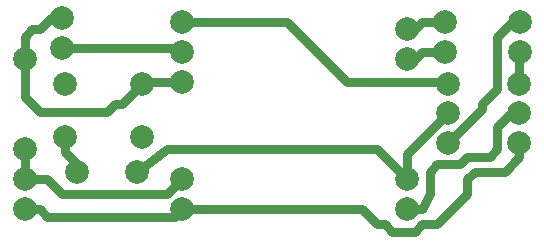
<source format=gbr>
%FSLAX34Y34*%
%MOMM*%
%LNCOPPER_BOTTOM*%
G71*
G01*
%ADD10C, 2.000*%
%ADD11C, 0.800*%
%LPD*%
X437450Y81500D02*
G54D10*
D03*
X437450Y106500D02*
G54D10*
D03*
X437450Y131500D02*
G54D10*
D03*
X377450Y131500D02*
G54D10*
D03*
X377450Y106500D02*
G54D10*
D03*
X377450Y81500D02*
G54D10*
D03*
X342900Y177800D02*
G54D10*
D03*
X342900Y152400D02*
G54D10*
D03*
X342900Y152400D02*
G54D10*
D03*
X342900Y50800D02*
G54D10*
D03*
X342900Y25400D02*
G54D10*
D03*
X152400Y158750D02*
G54D10*
D03*
X152400Y133350D02*
G54D10*
D03*
X152400Y50800D02*
G54D10*
D03*
X152400Y25400D02*
G54D10*
D03*
X152400Y184150D02*
G54D10*
D03*
X374650Y184149D02*
G54D10*
D03*
X374650Y158749D02*
G54D10*
D03*
X438150Y184150D02*
G54D10*
D03*
X438150Y158750D02*
G54D10*
D03*
X19050Y50800D02*
G54D10*
D03*
X19050Y25400D02*
G54D10*
D03*
X50801Y187325D02*
G54D10*
D03*
X50801Y161925D02*
G54D10*
D03*
X19050Y152400D02*
G54D10*
D03*
X19050Y76200D02*
G54D10*
D03*
X53000Y86150D02*
G54D10*
D03*
X118000Y86150D02*
G54D10*
D03*
X118000Y131150D02*
G54D10*
D03*
X53000Y131150D02*
G54D10*
D03*
X63500Y57150D02*
G54D10*
D03*
X114300Y57150D02*
G54D10*
D03*
G54D11*
X342900Y50800D02*
X342900Y71950D01*
X377450Y106500D01*
G54D11*
X437450Y131500D02*
X437450Y158050D01*
X438150Y158750D01*
G54D11*
X437450Y106500D02*
X430350Y106500D01*
X419100Y95250D01*
G54D11*
X419100Y95250D02*
X419100Y76200D01*
X412750Y69850D01*
X393700Y69850D01*
X387350Y63500D01*
X368300Y63500D01*
X361950Y57150D01*
X361950Y38100D01*
X355600Y25400D01*
X342900Y25400D01*
G54D11*
X342900Y152400D02*
X349250Y152400D01*
X355600Y158750D01*
X374650Y158749D01*
G54D11*
X342900Y177800D02*
X349250Y177800D01*
X355600Y184150D01*
G54D11*
X355600Y184150D02*
X374650Y184149D01*
G54D11*
X438150Y184150D02*
X431800Y184150D01*
X419100Y171450D01*
X419100Y127000D01*
X406400Y114300D01*
X406400Y110450D01*
X377450Y81500D01*
G54D11*
X19050Y50800D02*
X19050Y76200D01*
G54D11*
X50801Y187325D02*
X41275Y187325D01*
X31750Y177800D01*
X25400Y177800D01*
X19050Y171450D01*
X19050Y152400D01*
G54D11*
X50801Y161925D02*
X149225Y161925D01*
X152400Y158750D01*
G54D11*
X152400Y133350D02*
X120200Y133350D01*
X118000Y131150D01*
G54D11*
X19050Y152400D02*
X19050Y120650D01*
X31750Y107950D01*
X88900Y107950D01*
X95250Y114300D01*
X101150Y114300D01*
X118000Y131150D01*
G54D11*
X53000Y86150D02*
X53000Y74000D01*
X63500Y63500D01*
X63500Y57150D01*
G54D11*
X114300Y57150D02*
X139700Y76200D01*
X317500Y76200D01*
X342900Y50800D01*
G54D11*
X19050Y50800D02*
X38100Y50800D01*
X50800Y38100D01*
X139700Y38100D01*
X152400Y50800D01*
G54D11*
X19050Y25400D02*
X31750Y25400D01*
X38100Y19050D01*
X146050Y19050D01*
X152400Y25400D01*
G54D11*
X152400Y184150D02*
X241300Y184150D01*
X292100Y133350D01*
X375600Y133350D01*
X377450Y131500D01*
G54D11*
X437450Y81500D02*
X437450Y69150D01*
X425450Y57150D01*
X400050Y57150D01*
X393700Y50800D01*
X393700Y38100D01*
X368300Y12700D01*
X355600Y12700D01*
X349250Y6350D01*
X330200Y6350D01*
X323850Y12700D01*
X317500Y12700D01*
X304800Y25400D01*
X152400Y25400D01*
M02*

</source>
